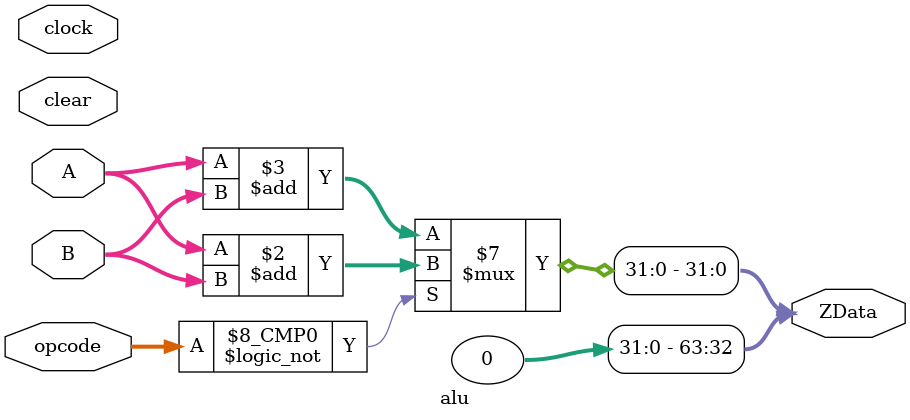
<source format=v>
module alu(
	input wire[31:0] A, B,
	input wire[3:0] opcode,
	output reg[63:0] ZData,
	input clear, clock
	//output reg[31:0] RZHi,RZLo
);

//wire [31:0] addResult;
//
//adder adder(A,B,addResult);

always@(*)
	begin
		case(opcode)
			//0:result=addResult;
			0 : 
				begin 
					ZData[31:0] <= A + B;
					ZData[63:32] <= 32'b0;
				end

			default : 
				begin
					ZData[31:0] <= A + B;
					ZData[63:32] <= 32'b0;
				end
		endcase
		
	end

endmodule

</source>
